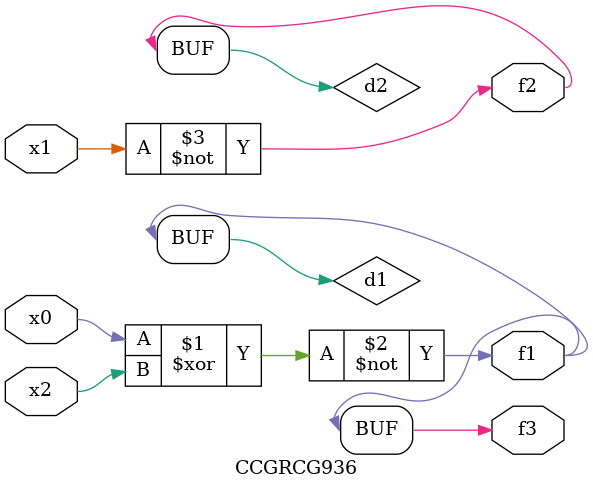
<source format=v>
module CCGRCG936(
	input x0, x1, x2,
	output f1, f2, f3
);

	wire d1, d2, d3;

	xnor (d1, x0, x2);
	nand (d2, x1);
	nor (d3, x1, x2);
	assign f1 = d1;
	assign f2 = d2;
	assign f3 = d1;
endmodule

</source>
